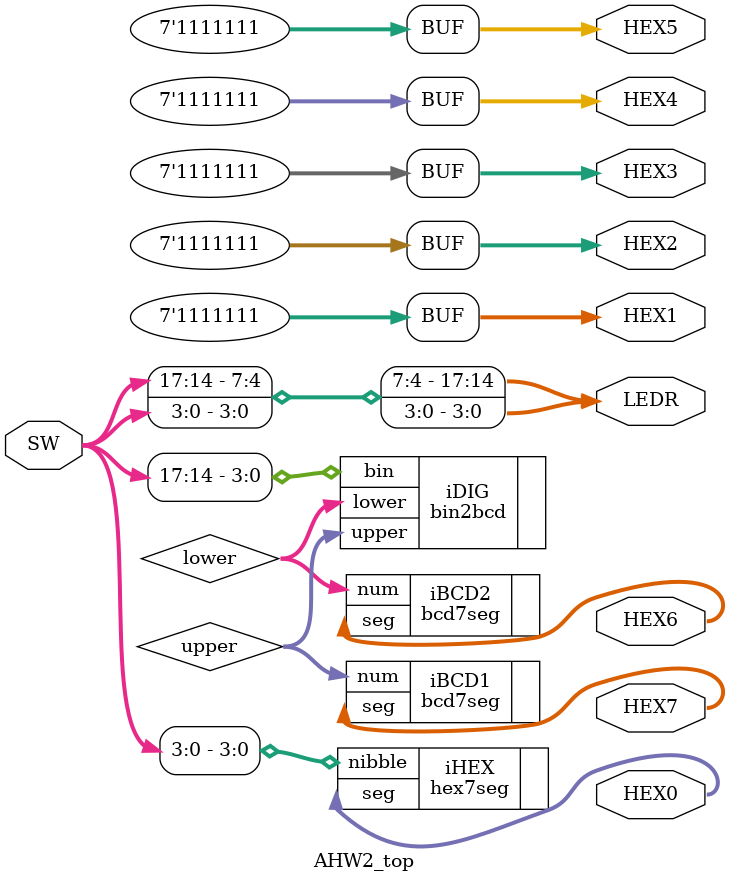
<source format=sv>
module AHW2_top(SW,LEDR,HEX0,HEX6,HEX7,HEX1,HEX2,HEX3,HEX4,HEX5);

  input [17:0] SW;			// slide switches
  output [17:0] LEDR;		// Red LEDs
  output [6:0] HEX0;		// used to display hex char (0-F)
  output [6:0] HEX6,HEX7;	// used to display 2-digit BCD num
  output [6:0] HEX1,HEX2;	// have to drive off
  output [6:0] HEX3,HEX4;	// have to drive off
  output [6:0] HEX5;		// have to drive off
  
  wire [3:0] upper,lower;	// upper and lower digits of BCD number
  
  ///////////////////////////////////////////////
  // map switches to LEDs for ease of reading //
  /////////////////////////////////////////////
  assign LEDR[17:14] = SW[17:14];
  assign LEDR[3:0] = SW[3:0];
  
  ////////////////////////////////////////////
  // Instantiate hex7seg driven by SW[3:0] //
  //////////////////////////////////////////
  hex7seg iHEX(.nibble(SW[3:0]),.seg(HEX0));
  
  ///////////////////////////////////////////////////////////////
  // Instantiate bin2bcd making two BCD digits from SW[17:14] //
  /////////////////////////////////////////////////////////////
  bin2bcd iDIG(.bin(SW[17:14]),.upper(upper),.lower(lower));
  
  //////////////////////////////////////////////////////////////
  // Instantiate two bcd7seg to drive upper and lower digits //
  ////////////////////////////////////////////////////////////
  bcd7seg iBCD1(.num(upper),.seg(HEX7));
  bcd7seg iBCD2(.num(lower),.seg(HEX6));
  
  ////////////////////////////////////////////////////
  // assigns just to shut other 7-seg displays off //
  //////////////////////////////////////////////////
  assign HEX1 = 7'h7F;
  assign HEX2 = 7'h7F;
  assign HEX3 = 7'h7F;
  assign HEX4 = 7'h7F;
  assign HEX5 = 7'h7F;  
  
  
  
endmodule
  
  
</source>
